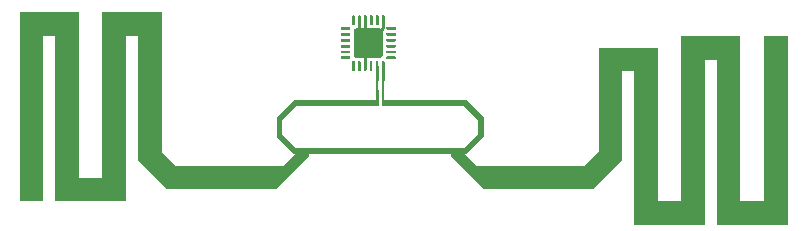
<source format=gbr>
G04 #@! TF.GenerationSoftware,KiCad,Pcbnew,5.1.9*
G04 #@! TF.CreationDate,2021-04-15T09:28:22+02:00*
G04 #@! TF.ProjectId,picsyle-R_als_915,70696373-796c-4652-9d52-5f616c735f39,rev?*
G04 #@! TF.SameCoordinates,Original*
G04 #@! TF.FileFunction,Copper,L1,Top*
G04 #@! TF.FilePolarity,Positive*
%FSLAX46Y46*%
G04 Gerber Fmt 4.6, Leading zero omitted, Abs format (unit mm)*
G04 Created by KiCad (PCBNEW 5.1.9) date 2021-04-15 09:28:22*
%MOMM*%
%LPD*%
G01*
G04 APERTURE LIST*
G04 #@! TA.AperFunction,EtchedComponent*
%ADD10C,0.100000*%
G04 #@! TD*
G04 #@! TA.AperFunction,SMDPad,CuDef*
%ADD11R,0.250000X1.700000*%
G04 #@! TD*
G04 #@! TA.AperFunction,SMDPad,CuDef*
%ADD12R,0.250000X0.825000*%
G04 #@! TD*
G04 #@! TA.AperFunction,Conductor*
%ADD13C,0.250000*%
G04 #@! TD*
G04 APERTURE END LIST*
D10*
G36*
X72500000Y-97400000D02*
G01*
X72500000Y-111400000D01*
X78500000Y-111400000D01*
X78500000Y-97400000D01*
X79500000Y-97400000D01*
X79500000Y-107900000D01*
X82000000Y-110400000D01*
X91207000Y-110400000D01*
X94000000Y-107607000D01*
X94000000Y-107400000D01*
X106000000Y-107400000D01*
X106000000Y-107607000D01*
X108793000Y-110400000D01*
X118000000Y-110400000D01*
X120500000Y-107900000D01*
X120500000Y-100400000D01*
X121500000Y-100400000D01*
X121500000Y-113400000D01*
X127500000Y-113400000D01*
X127500000Y-99400000D01*
X128500000Y-99400000D01*
X128500000Y-113400000D01*
X134500000Y-113400000D01*
X134500000Y-97400000D01*
X132500000Y-97400000D01*
X132500000Y-111400000D01*
X130500000Y-111400000D01*
X130500000Y-97400000D01*
X125500000Y-97400000D01*
X125500000Y-111400000D01*
X123500000Y-111400000D01*
X123500000Y-98400000D01*
X118500000Y-98400000D01*
X118500000Y-107193000D01*
X117293000Y-108400000D01*
X108207000Y-108400000D01*
X107207000Y-107400000D01*
X107282000Y-107400000D01*
X108761000Y-105921000D01*
X108761000Y-104301000D01*
X107282000Y-102822000D01*
X100375000Y-102822000D01*
X100375000Y-101997000D01*
X100125000Y-101997000D01*
X100125000Y-103322000D01*
X107075000Y-103322000D01*
X108261000Y-104508000D01*
X108261000Y-105715000D01*
X107076000Y-106900000D01*
X92924000Y-106900000D01*
X91739000Y-105715000D01*
X91739000Y-104508000D01*
X92925000Y-103322000D01*
X99875000Y-103322000D01*
X99875000Y-101997000D01*
X99625000Y-101997000D01*
X99625000Y-102822000D01*
X92718000Y-102822000D01*
X91239000Y-104301000D01*
X91239000Y-105921000D01*
X92718000Y-107400000D01*
X92793000Y-107400000D01*
X91793000Y-108400000D01*
X82707000Y-108400000D01*
X81500000Y-107193000D01*
X81500000Y-95400000D01*
X76500000Y-95400000D01*
X76500000Y-109400000D01*
X74500000Y-109400000D01*
X74500000Y-95400000D01*
X69500000Y-95400000D01*
X69500000Y-111400000D01*
X71500000Y-111400000D01*
X71500000Y-97400000D01*
X72500000Y-97400000D01*
G37*
D11*
X100250000Y-101150000D03*
X99750000Y-101150000D03*
G04 #@! TA.AperFunction,SMDPad,CuDef*
G36*
G01*
X97414660Y-99387700D02*
X96714660Y-99387700D01*
G75*
G02*
X96652160Y-99325200I0J62500D01*
G01*
X96652160Y-99200200D01*
G75*
G02*
X96714660Y-99137700I62500J0D01*
G01*
X97414660Y-99137700D01*
G75*
G02*
X97477160Y-99200200I0J-62500D01*
G01*
X97477160Y-99325200D01*
G75*
G02*
X97414660Y-99387700I-62500J0D01*
G01*
G37*
G04 #@! TD.AperFunction*
G04 #@! TA.AperFunction,SMDPad,CuDef*
G36*
G01*
X97414660Y-98887700D02*
X96714660Y-98887700D01*
G75*
G02*
X96652160Y-98825200I0J62500D01*
G01*
X96652160Y-98700200D01*
G75*
G02*
X96714660Y-98637700I62500J0D01*
G01*
X97414660Y-98637700D01*
G75*
G02*
X97477160Y-98700200I0J-62500D01*
G01*
X97477160Y-98825200D01*
G75*
G02*
X97414660Y-98887700I-62500J0D01*
G01*
G37*
G04 #@! TD.AperFunction*
G04 #@! TA.AperFunction,SMDPad,CuDef*
G36*
G01*
X97414660Y-98387700D02*
X96714660Y-98387700D01*
G75*
G02*
X96652160Y-98325200I0J62500D01*
G01*
X96652160Y-98200200D01*
G75*
G02*
X96714660Y-98137700I62500J0D01*
G01*
X97414660Y-98137700D01*
G75*
G02*
X97477160Y-98200200I0J-62500D01*
G01*
X97477160Y-98325200D01*
G75*
G02*
X97414660Y-98387700I-62500J0D01*
G01*
G37*
G04 #@! TD.AperFunction*
G04 #@! TA.AperFunction,SMDPad,CuDef*
G36*
G01*
X97414660Y-97887700D02*
X96714660Y-97887700D01*
G75*
G02*
X96652160Y-97825200I0J62500D01*
G01*
X96652160Y-97700200D01*
G75*
G02*
X96714660Y-97637700I62500J0D01*
G01*
X97414660Y-97637700D01*
G75*
G02*
X97477160Y-97700200I0J-62500D01*
G01*
X97477160Y-97825200D01*
G75*
G02*
X97414660Y-97887700I-62500J0D01*
G01*
G37*
G04 #@! TD.AperFunction*
G04 #@! TA.AperFunction,SMDPad,CuDef*
G36*
G01*
X97414660Y-97387700D02*
X96714660Y-97387700D01*
G75*
G02*
X96652160Y-97325200I0J62500D01*
G01*
X96652160Y-97200200D01*
G75*
G02*
X96714660Y-97137700I62500J0D01*
G01*
X97414660Y-97137700D01*
G75*
G02*
X97477160Y-97200200I0J-62500D01*
G01*
X97477160Y-97325200D01*
G75*
G02*
X97414660Y-97387700I-62500J0D01*
G01*
G37*
G04 #@! TD.AperFunction*
G04 #@! TA.AperFunction,SMDPad,CuDef*
G36*
G01*
X97414660Y-96887700D02*
X96714660Y-96887700D01*
G75*
G02*
X96652160Y-96825200I0J62500D01*
G01*
X96652160Y-96700200D01*
G75*
G02*
X96714660Y-96637700I62500J0D01*
G01*
X97414660Y-96637700D01*
G75*
G02*
X97477160Y-96700200I0J-62500D01*
G01*
X97477160Y-96825200D01*
G75*
G02*
X97414660Y-96887700I-62500J0D01*
G01*
G37*
G04 #@! TD.AperFunction*
G04 #@! TA.AperFunction,SMDPad,CuDef*
G36*
G01*
X97814660Y-96487700D02*
X97689660Y-96487700D01*
G75*
G02*
X97627160Y-96425200I0J62500D01*
G01*
X97627160Y-95725200D01*
G75*
G02*
X97689660Y-95662700I62500J0D01*
G01*
X97814660Y-95662700D01*
G75*
G02*
X97877160Y-95725200I0J-62500D01*
G01*
X97877160Y-96425200D01*
G75*
G02*
X97814660Y-96487700I-62500J0D01*
G01*
G37*
G04 #@! TD.AperFunction*
G04 #@! TA.AperFunction,SMDPad,CuDef*
G36*
G01*
X98314660Y-96487700D02*
X98189660Y-96487700D01*
G75*
G02*
X98127160Y-96425200I0J62500D01*
G01*
X98127160Y-95725200D01*
G75*
G02*
X98189660Y-95662700I62500J0D01*
G01*
X98314660Y-95662700D01*
G75*
G02*
X98377160Y-95725200I0J-62500D01*
G01*
X98377160Y-96425200D01*
G75*
G02*
X98314660Y-96487700I-62500J0D01*
G01*
G37*
G04 #@! TD.AperFunction*
G04 #@! TA.AperFunction,SMDPad,CuDef*
G36*
G01*
X98814660Y-96487700D02*
X98689660Y-96487700D01*
G75*
G02*
X98627160Y-96425200I0J62500D01*
G01*
X98627160Y-95725200D01*
G75*
G02*
X98689660Y-95662700I62500J0D01*
G01*
X98814660Y-95662700D01*
G75*
G02*
X98877160Y-95725200I0J-62500D01*
G01*
X98877160Y-96425200D01*
G75*
G02*
X98814660Y-96487700I-62500J0D01*
G01*
G37*
G04 #@! TD.AperFunction*
G04 #@! TA.AperFunction,SMDPad,CuDef*
G36*
G01*
X99314660Y-96487700D02*
X99189660Y-96487700D01*
G75*
G02*
X99127160Y-96425200I0J62500D01*
G01*
X99127160Y-95725200D01*
G75*
G02*
X99189660Y-95662700I62500J0D01*
G01*
X99314660Y-95662700D01*
G75*
G02*
X99377160Y-95725200I0J-62500D01*
G01*
X99377160Y-96425200D01*
G75*
G02*
X99314660Y-96487700I-62500J0D01*
G01*
G37*
G04 #@! TD.AperFunction*
G04 #@! TA.AperFunction,SMDPad,CuDef*
G36*
G01*
X99814660Y-96487700D02*
X99689660Y-96487700D01*
G75*
G02*
X99627160Y-96425200I0J62500D01*
G01*
X99627160Y-95725200D01*
G75*
G02*
X99689660Y-95662700I62500J0D01*
G01*
X99814660Y-95662700D01*
G75*
G02*
X99877160Y-95725200I0J-62500D01*
G01*
X99877160Y-96425200D01*
G75*
G02*
X99814660Y-96487700I-62500J0D01*
G01*
G37*
G04 #@! TD.AperFunction*
G04 #@! TA.AperFunction,SMDPad,CuDef*
G36*
G01*
X100314660Y-96487700D02*
X100189660Y-96487700D01*
G75*
G02*
X100127160Y-96425200I0J62500D01*
G01*
X100127160Y-95725200D01*
G75*
G02*
X100189660Y-95662700I62500J0D01*
G01*
X100314660Y-95662700D01*
G75*
G02*
X100377160Y-95725200I0J-62500D01*
G01*
X100377160Y-96425200D01*
G75*
G02*
X100314660Y-96487700I-62500J0D01*
G01*
G37*
G04 #@! TD.AperFunction*
G04 #@! TA.AperFunction,SMDPad,CuDef*
G36*
G01*
X101289660Y-96887700D02*
X100589660Y-96887700D01*
G75*
G02*
X100527160Y-96825200I0J62500D01*
G01*
X100527160Y-96700200D01*
G75*
G02*
X100589660Y-96637700I62500J0D01*
G01*
X101289660Y-96637700D01*
G75*
G02*
X101352160Y-96700200I0J-62500D01*
G01*
X101352160Y-96825200D01*
G75*
G02*
X101289660Y-96887700I-62500J0D01*
G01*
G37*
G04 #@! TD.AperFunction*
G04 #@! TA.AperFunction,SMDPad,CuDef*
G36*
G01*
X101289660Y-97387700D02*
X100589660Y-97387700D01*
G75*
G02*
X100527160Y-97325200I0J62500D01*
G01*
X100527160Y-97200200D01*
G75*
G02*
X100589660Y-97137700I62500J0D01*
G01*
X101289660Y-97137700D01*
G75*
G02*
X101352160Y-97200200I0J-62500D01*
G01*
X101352160Y-97325200D01*
G75*
G02*
X101289660Y-97387700I-62500J0D01*
G01*
G37*
G04 #@! TD.AperFunction*
G04 #@! TA.AperFunction,SMDPad,CuDef*
G36*
G01*
X101289660Y-97887700D02*
X100589660Y-97887700D01*
G75*
G02*
X100527160Y-97825200I0J62500D01*
G01*
X100527160Y-97700200D01*
G75*
G02*
X100589660Y-97637700I62500J0D01*
G01*
X101289660Y-97637700D01*
G75*
G02*
X101352160Y-97700200I0J-62500D01*
G01*
X101352160Y-97825200D01*
G75*
G02*
X101289660Y-97887700I-62500J0D01*
G01*
G37*
G04 #@! TD.AperFunction*
G04 #@! TA.AperFunction,SMDPad,CuDef*
G36*
G01*
X101289660Y-98387700D02*
X100589660Y-98387700D01*
G75*
G02*
X100527160Y-98325200I0J62500D01*
G01*
X100527160Y-98200200D01*
G75*
G02*
X100589660Y-98137700I62500J0D01*
G01*
X101289660Y-98137700D01*
G75*
G02*
X101352160Y-98200200I0J-62500D01*
G01*
X101352160Y-98325200D01*
G75*
G02*
X101289660Y-98387700I-62500J0D01*
G01*
G37*
G04 #@! TD.AperFunction*
G04 #@! TA.AperFunction,SMDPad,CuDef*
G36*
G01*
X101289660Y-98887700D02*
X100589660Y-98887700D01*
G75*
G02*
X100527160Y-98825200I0J62500D01*
G01*
X100527160Y-98700200D01*
G75*
G02*
X100589660Y-98637700I62500J0D01*
G01*
X101289660Y-98637700D01*
G75*
G02*
X101352160Y-98700200I0J-62500D01*
G01*
X101352160Y-98825200D01*
G75*
G02*
X101289660Y-98887700I-62500J0D01*
G01*
G37*
G04 #@! TD.AperFunction*
G04 #@! TA.AperFunction,SMDPad,CuDef*
G36*
G01*
X101289660Y-99387700D02*
X100589660Y-99387700D01*
G75*
G02*
X100527160Y-99325200I0J62500D01*
G01*
X100527160Y-99200200D01*
G75*
G02*
X100589660Y-99137700I62500J0D01*
G01*
X101289660Y-99137700D01*
G75*
G02*
X101352160Y-99200200I0J-62500D01*
G01*
X101352160Y-99325200D01*
G75*
G02*
X101289660Y-99387700I-62500J0D01*
G01*
G37*
G04 #@! TD.AperFunction*
G04 #@! TA.AperFunction,SMDPad,CuDef*
G36*
G01*
X100314660Y-100362700D02*
X100189660Y-100362700D01*
G75*
G02*
X100127160Y-100300200I0J62500D01*
G01*
X100127160Y-99600200D01*
G75*
G02*
X100189660Y-99537700I62500J0D01*
G01*
X100314660Y-99537700D01*
G75*
G02*
X100377160Y-99600200I0J-62500D01*
G01*
X100377160Y-100300200D01*
G75*
G02*
X100314660Y-100362700I-62500J0D01*
G01*
G37*
G04 #@! TD.AperFunction*
D12*
X99752160Y-99950200D03*
X99252160Y-99950200D03*
G04 #@! TA.AperFunction,SMDPad,CuDef*
G36*
G01*
X98814660Y-100362700D02*
X98689660Y-100362700D01*
G75*
G02*
X98627160Y-100300200I0J62500D01*
G01*
X98627160Y-99600200D01*
G75*
G02*
X98689660Y-99537700I62500J0D01*
G01*
X98814660Y-99537700D01*
G75*
G02*
X98877160Y-99600200I0J-62500D01*
G01*
X98877160Y-100300200D01*
G75*
G02*
X98814660Y-100362700I-62500J0D01*
G01*
G37*
G04 #@! TD.AperFunction*
G04 #@! TA.AperFunction,SMDPad,CuDef*
G36*
G01*
X98314660Y-100362700D02*
X98189660Y-100362700D01*
G75*
G02*
X98127160Y-100300200I0J62500D01*
G01*
X98127160Y-99600200D01*
G75*
G02*
X98189660Y-99537700I62500J0D01*
G01*
X98314660Y-99537700D01*
G75*
G02*
X98377160Y-99600200I0J-62500D01*
G01*
X98377160Y-100300200D01*
G75*
G02*
X98314660Y-100362700I-62500J0D01*
G01*
G37*
G04 #@! TD.AperFunction*
G04 #@! TA.AperFunction,SMDPad,CuDef*
G36*
G01*
X97814660Y-100362700D02*
X97689660Y-100362700D01*
G75*
G02*
X97627160Y-100300200I0J62500D01*
G01*
X97627160Y-99600200D01*
G75*
G02*
X97689660Y-99537700I62500J0D01*
G01*
X97814660Y-99537700D01*
G75*
G02*
X97877160Y-99600200I0J-62500D01*
G01*
X97877160Y-100300200D01*
G75*
G02*
X97814660Y-100362700I-62500J0D01*
G01*
G37*
G04 #@! TD.AperFunction*
G04 #@! TA.AperFunction,SMDPad,CuDef*
G36*
G01*
X100012160Y-99262700D02*
X97992160Y-99262700D01*
G75*
G02*
X97752160Y-99022700I0J240000D01*
G01*
X97752160Y-97002700D01*
G75*
G02*
X97992160Y-96762700I240000J0D01*
G01*
X100012160Y-96762700D01*
G75*
G02*
X100252160Y-97002700I0J-240000D01*
G01*
X100252160Y-99022700D01*
G75*
G02*
X100012160Y-99262700I-240000J0D01*
G01*
G37*
G04 #@! TD.AperFunction*
D13*
X99502160Y-98012700D02*
X98752160Y-98762700D01*
X98252160Y-98762700D02*
X99002160Y-98012700D01*
X99752160Y-98762700D02*
X99002160Y-98012700D01*
X100252160Y-96762700D02*
X99002160Y-98012700D01*
X100252160Y-96075200D02*
X100252160Y-96762700D01*
X98252160Y-97262700D02*
X99002160Y-98012700D01*
X98252160Y-96075200D02*
X98252160Y-97262700D01*
X98752160Y-98262700D02*
X99002160Y-98012700D01*
X98752160Y-99950200D02*
X98752160Y-98262700D01*
X98752160Y-97762700D02*
X99002160Y-98012700D01*
X98752160Y-96075200D02*
X98752160Y-97762700D01*
X99750000Y-99952360D02*
X99752160Y-99950200D01*
X99750000Y-101150000D02*
X99750000Y-99952360D01*
X100250000Y-99952360D02*
X100252160Y-99950200D01*
X100250000Y-101150000D02*
X100250000Y-99952360D01*
M02*

</source>
